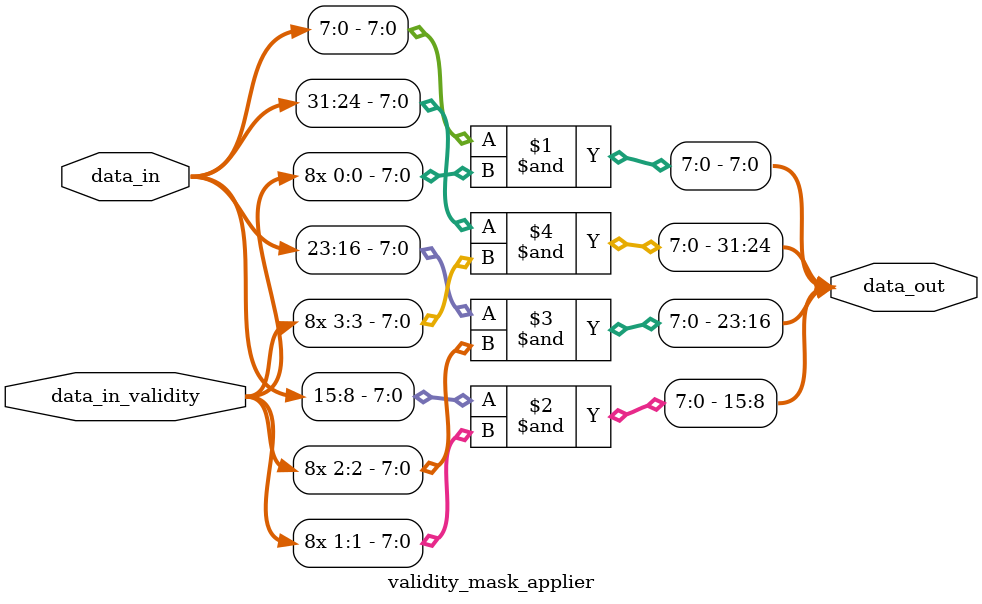
<source format=v>
/*
    This module apply a 'validity' mask over bytes of the data
    provided at its input. 
*/
module validity_mask_applier
#
(
    parameter BUS_SIZE = 32
)
(
    data_in,
    data_in_validity,
    data_out
);

// Generation params 
localparam BUSdiv8 = BUS_SIZE/8;

// IOs ports 
input [BUS_SIZE-1:0] data_in;
input [BUSdiv8-1:0] data_in_validity;
output [BUS_SIZE-1:0] data_out;


genvar i;
generate
for(i=0;i<BUSdiv8;i=i+1) begin: mask
    assign data_out[(i+1)*8-1:i*8] = data_in[(i+1)*8-1:i*8] & {8{data_in_validity[i]}};
end
endgenerate


endmodule

</source>
